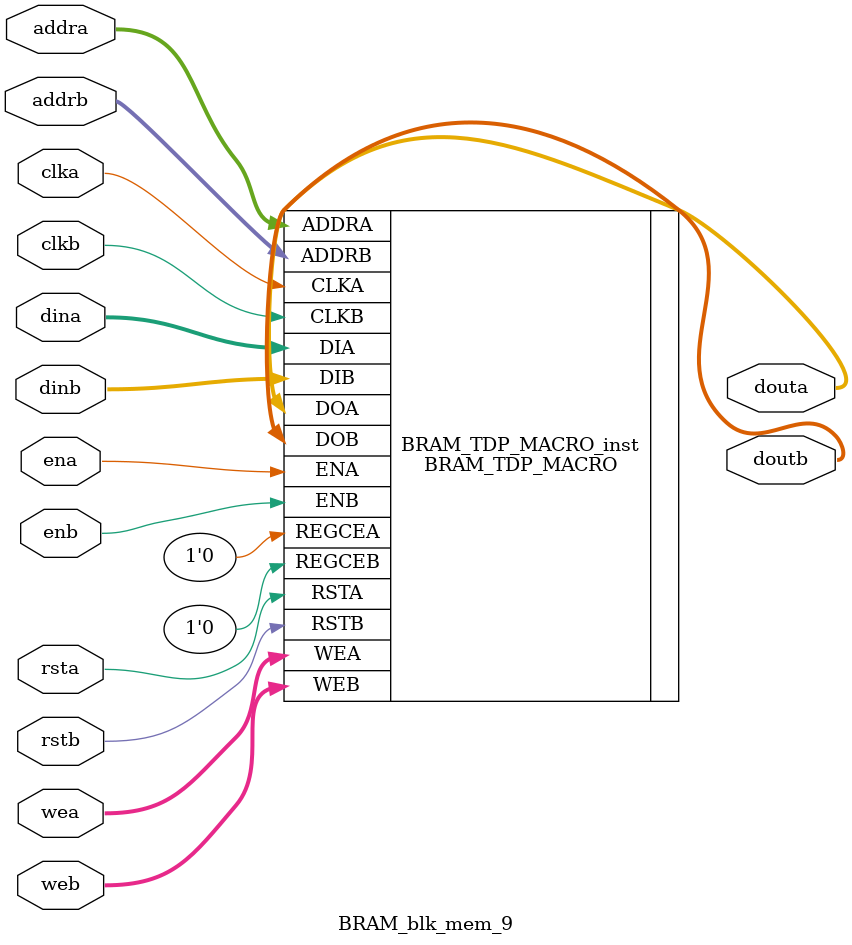
<source format=v>
`timescale 1ns/1ps

module BRAM_blk_mem_9 (
  clka,
  ena,
  wea,
  addra,
  dina,
  douta,
  rsta,
  clkb,
  enb,
  web,
  addrb,
  dinb,
  doutb,
  rstb
);


input wire clka;
input wire clkb;

input wire ena;
input wire enb;

input wire rsta;
input wire rstb;

input wire [3 : 0] wea;
input wire [3 : 0] web;

input wire [9 : 0] addra;
input wire [9 : 0] addrb;

input wire [31 : 0] dina;
input wire [31 : 0] dinb;

output wire [31 : 0] douta;
output wire [31 : 0] doutb;


// BRAM_TDP_MACRO : In order to incorporate this function into the design,
//   Verilog   : the following instance declaration needs to be placed
//  instance   : in the body of the design code.  The instance name
// declaration : (BRAM_TDP_MACRO_inst) and/or the port declarations within the
//    code     : parenthesis may be changed to properly reference and
//             : connect this function to the design.  All inputs
//             : and outputs must be connected.

//  <-----Cut code below this line---->

   // BRAM_TDP_MACRO: True Dual Port RAM
   //                 Virtex-7
   // Xilinx HDL Language Template, version 2016.4
   
   //////////////////////////////////////////////////////////////////////////
   // DATA_WIDTH_A/B | BRAM_SIZE | RAM Depth | ADDRA/B Width | WEA/B Width //
   // ===============|===========|===========|===============|=============//
   //     19-36      |  "36Kb"   |    1024   |    10-bit     |    4-bit    //
   //     10-18      |  "36Kb"   |    2048   |    11-bit     |    2-bit    //
   //     10-18      |  "18Kb"   |    1024   |    10-bit     |    2-bit    //
   //      5-9       |  "36Kb"   |    4096   |    12-bit     |    1-bit    //
   //      5-9       |  "18Kb"   |    2048   |    11-bit     |    1-bit    //
   //      3-4       |  "36Kb"   |    8192   |    13-bit     |    1-bit    //
   //      3-4       |  "18Kb"   |    4096   |    12-bit     |    1-bit    //
   //        2       |  "36Kb"   |   16384   |    14-bit     |    1-bit    //
   //        2       |  "18Kb"   |    8192   |    13-bit     |    1-bit    //
   //        1       |  "36Kb"   |   32768   |    15-bit     |    1-bit    //
   //        1       |  "18Kb"   |   16384   |    14-bit     |    1-bit    //
   //////////////////////////////////////////////////////////////////////////

   BRAM_TDP_MACRO #(
      .BRAM_SIZE("36Kb"), // Target BRAM: "18Kb" or "36Kb" 
      .DEVICE("7SERIES"), // Target device: "7SERIES" 
      .DOA_REG(0),        // Optional port A output register (0 or 1)
      .DOB_REG(0),        // Optional port B output register (0 or 1)
      .INIT_A(36'h00000000),  // Initial values on port A output port
      .INIT_B(36'h00000000), // Initial values on port B output port
      .INIT_FILE ("weight_9.mem"),
      .READ_WIDTH_A (32),   // Valid values are 1-36 (19-36 only valid when BRAM_SIZE="36Kb")
      .READ_WIDTH_B (32),   // Valid values are 1-36 (19-36 only valid when BRAM_SIZE="36Kb")
      .SIM_COLLISION_CHECK ("ALL"), // Collision check enable "ALL", "WARNING_ONLY", 
                                    //   "GENERATE_X_ONLY" or "NONE" 
      .SRVAL_A(36'h00000000), // Set/Reset value for port A output
      .SRVAL_B(36'h00000000), // Set/Reset value for port B output
      .WRITE_MODE_A("WRITE_FIRST"), // "WRITE_FIRST", "READ_FIRST", or "NO_CHANGE" 
      .WRITE_MODE_B("WRITE_FIRST"), // "WRITE_FIRST", "READ_FIRST", or "NO_CHANGE" 
      .WRITE_WIDTH_A(32), // Valid values are 1-36 (19-36 only valid when BRAM_SIZE="36Kb")
      .WRITE_WIDTH_B(32), // Valid values are 1-36 (19-36 only valid when BRAM_SIZE="36Kb")
      .INIT_00(256'h0000000000000000000000000000000000000000000000000000000000000000),
      .INIT_01(256'h0000000000000000000000000000000000000000000000000000000000000000),
      .INIT_02(256'h0000000000000000000000000000000000000000000000000000000000000000),
      .INIT_03(256'h0000000000000000000000000000000000000000000000000000000000000000),
      .INIT_04(256'h0000000000000000000000000000000000000000000000000000000000000000),
      .INIT_05(256'h0000000000000000000000000000000000000000000000000000000000000000),
      .INIT_06(256'h0000000000000000000000000000000000000000000000000000000000000000),
      .INIT_07(256'h0000000000000000000000000000000000000000000000000000000000000000),
      .INIT_08(256'h0000000000000000000000000000000000000000000000000000000000000000),
      .INIT_09(256'h0000000000000000000000000000000000000000000000000000000000000000),
      .INIT_0A(256'h0000000000000000000000000000000000000000000000000000000000000000),
      .INIT_0B(256'h0000000000000000000000000000000000000000000000000000000000000000),
      .INIT_0C(256'h0000000000000000000000000000000000000000000000000000000000000000),
      .INIT_0D(256'h0000000000000000000000000000000000000000000000000000000000000000),
      .INIT_0E(256'h0000000000000000000000000000000000000000000000000000000000000000),
      .INIT_0F(256'h0000000000000000000000000000000000000000000000000000000000000000),
      .INIT_10(256'h0000000000000000000000000000000000000000000000000000000000000000),
      .INIT_11(256'h0000000000000000000000000000000000000000000000000000000000000000),
      .INIT_12(256'h0000000000000000000000000000000000000000000000000000000000000000),
      .INIT_13(256'h0000000000000000000000000000000000000000000000000000000000000000),
      .INIT_14(256'h0000000000000000000000000000000000000000000000000000000000000000),
      .INIT_15(256'h0000000000000000000000000000000000000000000000000000000000000000),
      .INIT_16(256'h0000000000000000000000000000000000000000000000000000000000000000),
      .INIT_17(256'h0000000000000000000000000000000000000000000000000000000000000000),
      .INIT_18(256'h0000000000000000000000000000000000000000000000000000000000000000),
      .INIT_19(256'h0000000000000000000000000000000000000000000000000000000000000000),
      .INIT_1A(256'h0000000000000000000000000000000000000000000000000000000000000000),
      .INIT_1B(256'h0000000000000000000000000000000000000000000000000000000000000000),
      .INIT_1C(256'h0000000000000000000000000000000000000000000000000000000000000000),
      .INIT_1D(256'h0000000000000000000000000000000000000000000000000000000000000000),
      .INIT_1E(256'h0000000000000000000000000000000000000000000000000000000000000000),
      .INIT_1F(256'h0000000000000000000000000000000000000000000000000000000000000000),
      .INIT_20(256'h0000000000000000000000000000000000000000000000000000000000000000),
      .INIT_21(256'h0000000000000000000000000000000000000000000000000000000000000000),
      .INIT_22(256'h0000000000000000000000000000000000000000000000000000000000000000),
      .INIT_23(256'h0000000000000000000000000000000000000000000000000000000000000000),
      .INIT_24(256'h0000000000000000000000000000000000000000000000000000000000000000),
      .INIT_25(256'h0000000000000000000000000000000000000000000000000000000000000000),
      .INIT_26(256'h0000000000000000000000000000000000000000000000000000000000000000),
      .INIT_27(256'h0000000000000000000000000000000000000000000000000000000000000000),
      .INIT_28(256'h0000000000000000000000000000000000000000000000000000000000000000),
      .INIT_29(256'h0000000000000000000000000000000000000000000000000000000000000000),
      .INIT_2A(256'h0000000000000000000000000000000000000000000000000000000000000000),
      .INIT_2B(256'h0000000000000000000000000000000000000000000000000000000000000000),
      .INIT_2C(256'h0000000000000000000000000000000000000000000000000000000000000000),
      .INIT_2D(256'h0000000000000000000000000000000000000000000000000000000000000000),
      .INIT_2E(256'h0000000000000000000000000000000000000000000000000000000000000000),
      .INIT_2F(256'h0000000000000000000000000000000000000000000000000000000000000000),
      .INIT_30(256'h0000000000000000000000000000000000000000000000000000000000000000),
      .INIT_31(256'h0000000000000000000000000000000000000000000000000000000000000000),
      .INIT_32(256'h0000000000000000000000000000000000000000000000000000000000000000),
      .INIT_33(256'h0000000000000000000000000000000000000000000000000000000000000000),
      .INIT_34(256'h0000000000000000000000000000000000000000000000000000000000000000),
      .INIT_35(256'h0000000000000000000000000000000000000000000000000000000000000000),
      .INIT_36(256'h0000000000000000000000000000000000000000000000000000000000000000),
      .INIT_37(256'h0000000000000000000000000000000000000000000000000000000000000000),
      .INIT_38(256'h0000000000000000000000000000000000000000000000000000000000000000),
      .INIT_39(256'h0000000000000000000000000000000000000000000000000000000000000000),
      .INIT_3A(256'h0000000000000000000000000000000000000000000000000000000000000000),
      .INIT_3B(256'h0000000000000000000000000000000000000000000000000000000000000000),
      .INIT_3C(256'h0000000000000000000000000000000000000000000000000000000000000000),
      .INIT_3D(256'h0000000000000000000000000000000000000000000000000000000000000000),
      .INIT_3E(256'h0000000000000000000000000000000000000000000000000000000000000000),
      .INIT_3F(256'h0000000000000000000000000000000000000000000000000000000000000000),
      
      // The next set of INIT_xx are valid when configured as 36Kb
      .INIT_40(256'h0000000000000000000000000000000000000000000000000000000000000000),
      .INIT_41(256'h0000000000000000000000000000000000000000000000000000000000000000),
      .INIT_42(256'h0000000000000000000000000000000000000000000000000000000000000000),
      .INIT_43(256'h0000000000000000000000000000000000000000000000000000000000000000),
      .INIT_44(256'h0000000000000000000000000000000000000000000000000000000000000000),
      .INIT_45(256'h0000000000000000000000000000000000000000000000000000000000000000),
      .INIT_46(256'h0000000000000000000000000000000000000000000000000000000000000000),
      .INIT_47(256'h0000000000000000000000000000000000000000000000000000000000000000),
      .INIT_48(256'h0000000000000000000000000000000000000000000000000000000000000000),
      .INIT_49(256'h0000000000000000000000000000000000000000000000000000000000000000),
      .INIT_4A(256'h0000000000000000000000000000000000000000000000000000000000000000),
      .INIT_4B(256'h0000000000000000000000000000000000000000000000000000000000000000),
      .INIT_4C(256'h0000000000000000000000000000000000000000000000000000000000000000),
      .INIT_4D(256'h0000000000000000000000000000000000000000000000000000000000000000),
      .INIT_4E(256'h0000000000000000000000000000000000000000000000000000000000000000),
      .INIT_4F(256'h0000000000000000000000000000000000000000000000000000000000000000),
      .INIT_50(256'h0000000000000000000000000000000000000000000000000000000000000000),
      .INIT_51(256'h0000000000000000000000000000000000000000000000000000000000000000),
      .INIT_52(256'h0000000000000000000000000000000000000000000000000000000000000000),
      .INIT_53(256'h0000000000000000000000000000000000000000000000000000000000000000),
      .INIT_54(256'h0000000000000000000000000000000000000000000000000000000000000000),
      .INIT_55(256'h0000000000000000000000000000000000000000000000000000000000000000),
      .INIT_56(256'h0000000000000000000000000000000000000000000000000000000000000000),
      .INIT_57(256'h0000000000000000000000000000000000000000000000000000000000000000),
      .INIT_58(256'h0000000000000000000000000000000000000000000000000000000000000000),
      .INIT_59(256'h0000000000000000000000000000000000000000000000000000000000000000),
      .INIT_5A(256'h0000000000000000000000000000000000000000000000000000000000000000),
      .INIT_5B(256'h0000000000000000000000000000000000000000000000000000000000000000),
      .INIT_5C(256'h0000000000000000000000000000000000000000000000000000000000000000),
      .INIT_5D(256'h0000000000000000000000000000000000000000000000000000000000000000),
      .INIT_5E(256'h0000000000000000000000000000000000000000000000000000000000000000),
      .INIT_5F(256'h0000000000000000000000000000000000000000000000000000000000000000),
      .INIT_60(256'h0000000000000000000000000000000000000000000000000000000000000000),
      .INIT_61(256'h0000000000000000000000000000000000000000000000000000000000000000),
      .INIT_62(256'h0000000000000000000000000000000000000000000000000000000000000000),
      .INIT_63(256'h0000000000000000000000000000000000000000000000000000000000000000),
      .INIT_64(256'h0000000000000000000000000000000000000000000000000000000000000000),
      .INIT_65(256'h0000000000000000000000000000000000000000000000000000000000000000),
      .INIT_66(256'h0000000000000000000000000000000000000000000000000000000000000000),
      .INIT_67(256'h0000000000000000000000000000000000000000000000000000000000000000),
      .INIT_68(256'h0000000000000000000000000000000000000000000000000000000000000000),
      .INIT_69(256'h0000000000000000000000000000000000000000000000000000000000000000),
      .INIT_6A(256'h0000000000000000000000000000000000000000000000000000000000000000),
      .INIT_6B(256'h0000000000000000000000000000000000000000000000000000000000000000),
      .INIT_6C(256'h0000000000000000000000000000000000000000000000000000000000000000),
      .INIT_6D(256'h0000000000000000000000000000000000000000000000000000000000000000),
      .INIT_6E(256'h0000000000000000000000000000000000000000000000000000000000000000),
      .INIT_6F(256'h0000000000000000000000000000000000000000000000000000000000000000),
      .INIT_70(256'h0000000000000000000000000000000000000000000000000000000000000000),
      .INIT_71(256'h0000000000000000000000000000000000000000000000000000000000000000),
      .INIT_72(256'h0000000000000000000000000000000000000000000000000000000000000000),
      .INIT_73(256'h0000000000000000000000000000000000000000000000000000000000000000),
      .INIT_74(256'h0000000000000000000000000000000000000000000000000000000000000000),
      .INIT_75(256'h0000000000000000000000000000000000000000000000000000000000000000),
      .INIT_76(256'h0000000000000000000000000000000000000000000000000000000000000000),
      .INIT_77(256'h0000000000000000000000000000000000000000000000000000000000000000),
      .INIT_78(256'h0000000000000000000000000000000000000000000000000000000000000000),
      .INIT_79(256'h0000000000000000000000000000000000000000000000000000000000000000),
      .INIT_7A(256'h0000000000000000000000000000000000000000000000000000000000000000),
      .INIT_7B(256'h0000000000000000000000000000000000000000000000000000000000000000),
      .INIT_7C(256'h0000000000000000000000000000000000000000000000000000000000000000),
      .INIT_7D(256'h0000000000000000000000000000000000000000000000000000000000000000),
      .INIT_7E(256'h0000000000000000000000000000000000000000000000000000000000000000),
      .INIT_7F(256'h0000000000000000000000000000000000000000000000000000000000000000),
     
      // The next set of INITP_xx are for the parity bits
      //.INIT_FF(256'h0000000000000000000000000000000000000000000000000000000000000000),
      .INITP_00(256'h0000000000000000000000000000000000000000000000000000000000000000),
      .INITP_01(256'h0000000000000000000000000000000000000000000000000000000000000000),
      .INITP_02(256'h0000000000000000000000000000000000000000000000000000000000000000),
      .INITP_03(256'h0000000000000000000000000000000000000000000000000000000000000000),
      .INITP_04(256'h0000000000000000000000000000000000000000000000000000000000000000),
      .INITP_05(256'h0000000000000000000000000000000000000000000000000000000000000000),
      .INITP_06(256'h0000000000000000000000000000000000000000000000000000000000000000),
      .INITP_07(256'h0000000000000000000000000000000000000000000000000000000000000000),
      
      // The next set of INITP_xx are valid when configured as 36Kb
      .INITP_08(256'h0000000000000000000000000000000000000000000000000000000000000000),
      .INITP_09(256'h0000000000000000000000000000000000000000000000000000000000000000),
      .INITP_0A(256'h0000000000000000000000000000000000000000000000000000000000000000),
      .INITP_0B(256'h0000000000000000000000000000000000000000000000000000000000000000),
      .INITP_0C(256'h0000000000000000000000000000000000000000000000000000000000000000),
      .INITP_0D(256'h0000000000000000000000000000000000000000000000000000000000000000),
      .INITP_0E(256'h0000000000000000000000000000000000000000000000000000000000000000),
      .INITP_0F(256'h0000000000000000000000000000000000000000000000000000000000000000)
   ) BRAM_TDP_MACRO_inst (
      .DOA(douta),       // Output port-A data, width defined by READ_WIDTH_A parameter
      .DOB(doutb),       // Output port-B data, width defined by READ_WIDTH_B parameter
      .ADDRA(addra),   // Input port-A address, width defined by Port A depth
      .ADDRB(addrb),   // Input port-B address, width defined by Port B depth
      .CLKA(clka),     // 1-bit input port-A clock
      .CLKB(clkb),     // 1-bit input port-B clock
      .DIA(dina),       // Input port-A data, width defined by WRITE_WIDTH_A parameter
      .DIB(dinb),       // Input port-B data, width defined by WRITE_WIDTH_B parameter
      .ENA(ena),       // 1-bit input port-A enable
      .ENB(enb),       // 1-bit input port-B enable
      .REGCEA(1'D0), // 1-bit input port-A output register enable
      .REGCEB(1'D0), // 1-bit input port-B output register enable
      .RSTA(rsta),     // 1-bit input port-A reset
      .RSTB(rstb),     // 1-bit input port-B reset
      .WEA(wea),       // Input port-A write enable, width defined by Port A depth
      .WEB(web)        // Input port-B write enable, width defined by Port B depth
   );

   // End of BRAM_TDP_MACRO_inst instantiation
				
endmodule
</source>
